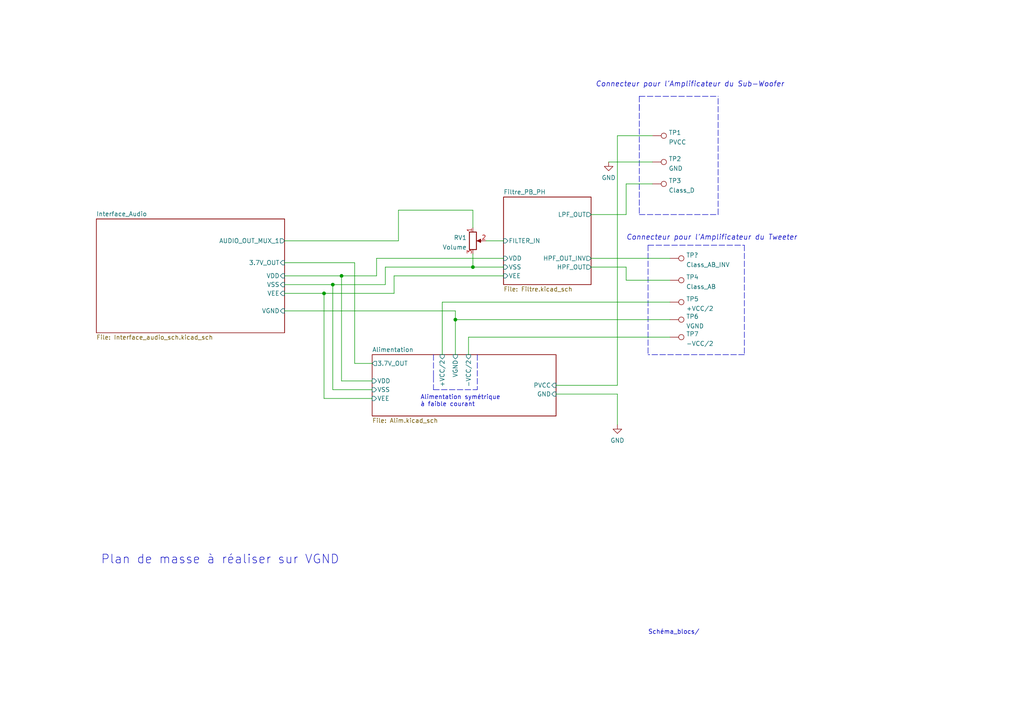
<source format=kicad_sch>
(kicad_sch (version 20211123) (generator eeschema)

  (uuid 853ee787-6e2c-4f32-bc75-6c17337dd3d5)

  (paper "A4")

  (title_block
    (title "Embedded Speaker")
    (date "2022-01-24")
    (rev "2.0")
    (company "Université Paul Sabatier")
  )

  (lib_symbols
    (symbol "Connector:TestPoint" (pin_numbers hide) (pin_names (offset 0.762) hide) (in_bom yes) (on_board yes)
      (property "Reference" "TP" (id 0) (at 0 6.858 0)
        (effects (font (size 1.27 1.27)))
      )
      (property "Value" "TestPoint" (id 1) (at 0 5.08 0)
        (effects (font (size 1.27 1.27)))
      )
      (property "Footprint" "" (id 2) (at 5.08 0 0)
        (effects (font (size 1.27 1.27)) hide)
      )
      (property "Datasheet" "~" (id 3) (at 5.08 0 0)
        (effects (font (size 1.27 1.27)) hide)
      )
      (property "ki_keywords" "test point tp" (id 4) (at 0 0 0)
        (effects (font (size 1.27 1.27)) hide)
      )
      (property "ki_description" "test point" (id 5) (at 0 0 0)
        (effects (font (size 1.27 1.27)) hide)
      )
      (property "ki_fp_filters" "Pin* Test*" (id 6) (at 0 0 0)
        (effects (font (size 1.27 1.27)) hide)
      )
      (symbol "TestPoint_0_1"
        (circle (center 0 3.302) (radius 0.762)
          (stroke (width 0) (type default) (color 0 0 0 0))
          (fill (type none))
        )
      )
      (symbol "TestPoint_1_1"
        (pin passive line (at 0 0 90) (length 2.54)
          (name "1" (effects (font (size 1.27 1.27))))
          (number "1" (effects (font (size 1.27 1.27))))
        )
      )
    )
    (symbol "Device:R_Potentiometer" (pin_names (offset 1.016) hide) (in_bom yes) (on_board yes)
      (property "Reference" "RV" (id 0) (at -4.445 0 90)
        (effects (font (size 1.27 1.27)))
      )
      (property "Value" "R_Potentiometer" (id 1) (at -2.54 0 90)
        (effects (font (size 1.27 1.27)))
      )
      (property "Footprint" "" (id 2) (at 0 0 0)
        (effects (font (size 1.27 1.27)) hide)
      )
      (property "Datasheet" "~" (id 3) (at 0 0 0)
        (effects (font (size 1.27 1.27)) hide)
      )
      (property "ki_keywords" "resistor variable" (id 4) (at 0 0 0)
        (effects (font (size 1.27 1.27)) hide)
      )
      (property "ki_description" "Potentiometer" (id 5) (at 0 0 0)
        (effects (font (size 1.27 1.27)) hide)
      )
      (property "ki_fp_filters" "Potentiometer*" (id 6) (at 0 0 0)
        (effects (font (size 1.27 1.27)) hide)
      )
      (symbol "R_Potentiometer_0_1"
        (polyline
          (pts
            (xy 2.54 0)
            (xy 1.524 0)
          )
          (stroke (width 0) (type default) (color 0 0 0 0))
          (fill (type none))
        )
        (polyline
          (pts
            (xy 1.143 0)
            (xy 2.286 0.508)
            (xy 2.286 -0.508)
            (xy 1.143 0)
          )
          (stroke (width 0) (type default) (color 0 0 0 0))
          (fill (type outline))
        )
        (rectangle (start 1.016 2.54) (end -1.016 -2.54)
          (stroke (width 0.254) (type default) (color 0 0 0 0))
          (fill (type none))
        )
      )
      (symbol "R_Potentiometer_1_1"
        (pin passive line (at 0 3.81 270) (length 1.27)
          (name "1" (effects (font (size 1.27 1.27))))
          (number "1" (effects (font (size 1.27 1.27))))
        )
        (pin passive line (at 3.81 0 180) (length 1.27)
          (name "2" (effects (font (size 1.27 1.27))))
          (number "2" (effects (font (size 1.27 1.27))))
        )
        (pin passive line (at 0 -3.81 90) (length 1.27)
          (name "3" (effects (font (size 1.27 1.27))))
          (number "3" (effects (font (size 1.27 1.27))))
        )
      )
    )
    (symbol "power:GND" (power) (pin_names (offset 0)) (in_bom yes) (on_board yes)
      (property "Reference" "#PWR" (id 0) (at 0 -6.35 0)
        (effects (font (size 1.27 1.27)) hide)
      )
      (property "Value" "GND" (id 1) (at 0 -3.81 0)
        (effects (font (size 1.27 1.27)))
      )
      (property "Footprint" "" (id 2) (at 0 0 0)
        (effects (font (size 1.27 1.27)) hide)
      )
      (property "Datasheet" "" (id 3) (at 0 0 0)
        (effects (font (size 1.27 1.27)) hide)
      )
      (property "ki_keywords" "power-flag" (id 4) (at 0 0 0)
        (effects (font (size 1.27 1.27)) hide)
      )
      (property "ki_description" "Power symbol creates a global label with name \"GND\" , ground" (id 5) (at 0 0 0)
        (effects (font (size 1.27 1.27)) hide)
      )
      (symbol "GND_0_1"
        (polyline
          (pts
            (xy 0 0)
            (xy 0 -1.27)
            (xy 1.27 -1.27)
            (xy 0 -2.54)
            (xy -1.27 -1.27)
            (xy 0 -1.27)
          )
          (stroke (width 0) (type default) (color 0 0 0 0))
          (fill (type none))
        )
      )
      (symbol "GND_1_1"
        (pin power_in line (at 0 0 270) (length 0) hide
          (name "GND" (effects (font (size 1.27 1.27))))
          (number "1" (effects (font (size 1.27 1.27))))
        )
      )
    )
  )

  (junction (at 96.52 82.55) (diameter 0) (color 0 0 0 0)
    (uuid 1def0961-9811-40a5-b542-b839be1d098e)
  )
  (junction (at 132.08 92.71) (diameter 0) (color 0 0 0 0)
    (uuid 6a2ae320-43e7-4ce2-a19e-1b059df29980)
  )
  (junction (at 137.16 77.47) (diameter 0) (color 0 0 0 0)
    (uuid a2dc6420-0e4d-4710-90c3-34b2902a9509)
  )
  (junction (at 99.06 80.01) (diameter 0) (color 0 0 0 0)
    (uuid ce20e9eb-e9fd-48f7-80ef-934743ee05be)
  )
  (junction (at 93.98 85.09) (diameter 0) (color 0 0 0 0)
    (uuid d8687e68-af6e-4faf-b377-a73e05cb4796)
  )

  (wire (pts (xy 181.61 81.28) (xy 194.31 81.28))
    (stroke (width 0) (type default) (color 0 0 0 0))
    (uuid 047fbd59-a2af-402e-86cb-a91781380220)
  )
  (wire (pts (xy 96.52 82.55) (xy 96.52 113.03))
    (stroke (width 0) (type default) (color 0 0 0 0))
    (uuid 09261e5f-6a4a-4875-a2bf-6bb2968a2602)
  )
  (wire (pts (xy 161.29 111.76) (xy 179.07 111.76))
    (stroke (width 0) (type default) (color 0 0 0 0))
    (uuid 0a0f71b5-166b-4cf2-bc88-14ba0ae68939)
  )
  (wire (pts (xy 93.98 85.09) (xy 114.3 85.09))
    (stroke (width 0) (type default) (color 0 0 0 0))
    (uuid 0da5bb32-127c-42a1-931d-236a3dd7a7d3)
  )
  (wire (pts (xy 135.89 97.79) (xy 194.31 97.79))
    (stroke (width 0) (type default) (color 0 0 0 0))
    (uuid 0eeec6c8-cd49-47e9-b3b1-e32b02c1ceb2)
  )
  (polyline (pts (xy 185.42 27.94) (xy 208.28 27.94))
    (stroke (width 0) (type default) (color 0 0 0 0))
    (uuid 143a91ed-c010-4ccb-a864-a7b6ff72e966)
  )

  (wire (pts (xy 132.08 92.71) (xy 132.08 102.87))
    (stroke (width 0) (type default) (color 0 0 0 0))
    (uuid 15bb8736-585d-4def-8798-82b2e6099322)
  )
  (wire (pts (xy 102.87 105.41) (xy 107.95 105.41))
    (stroke (width 0) (type default) (color 0 0 0 0))
    (uuid 16dd4807-5dbc-4d88-8534-8469084a84c5)
  )
  (wire (pts (xy 99.06 110.49) (xy 107.95 110.49))
    (stroke (width 0) (type default) (color 0 0 0 0))
    (uuid 186854ef-ee65-4aa7-b9f1-b1f1eba68615)
  )
  (wire (pts (xy 114.3 80.01) (xy 146.05 80.01))
    (stroke (width 0) (type default) (color 0 0 0 0))
    (uuid 1ab00633-8ce7-4420-be16-c0d2c46385ea)
  )
  (wire (pts (xy 93.98 85.09) (xy 93.98 115.57))
    (stroke (width 0) (type default) (color 0 0 0 0))
    (uuid 1d7c71da-391f-4794-bcf7-7424ccf9ce40)
  )
  (wire (pts (xy 171.45 74.93) (xy 194.31 74.93))
    (stroke (width 0) (type default) (color 0 0 0 0))
    (uuid 26f66a43-e9b8-481b-8142-09ac6b07f0d9)
  )
  (wire (pts (xy 82.55 69.85) (xy 115.57 69.85))
    (stroke (width 0) (type default) (color 0 0 0 0))
    (uuid 2749cb23-5cae-4119-bcd6-22b452303301)
  )
  (wire (pts (xy 181.61 62.23) (xy 181.61 53.34))
    (stroke (width 0) (type default) (color 0 0 0 0))
    (uuid 2bf129f5-200b-4bff-ab79-2b4b2d7942ee)
  )
  (wire (pts (xy 137.16 73.66) (xy 137.16 77.47))
    (stroke (width 0) (type default) (color 0 0 0 0))
    (uuid 2dbaf927-7e61-4517-b6f3-f21a34be0052)
  )
  (polyline (pts (xy 138.43 102.87) (xy 138.43 113.03))
    (stroke (width 0) (type default) (color 0 0 0 0))
    (uuid 31117715-2606-435a-a180-0f0c41967b5d)
  )

  (wire (pts (xy 171.45 62.23) (xy 181.61 62.23))
    (stroke (width 0) (type default) (color 0 0 0 0))
    (uuid 3329526e-1636-40d0-a465-9c51b2f67607)
  )
  (polyline (pts (xy 215.9 102.87) (xy 187.96 102.87))
    (stroke (width 0) (type default) (color 0 0 0 0))
    (uuid 343ffbcc-0d75-44a8-aaf6-91337d82a853)
  )
  (polyline (pts (xy 187.96 71.12) (xy 215.9 71.12))
    (stroke (width 0) (type default) (color 0 0 0 0))
    (uuid 3491ae5d-5e04-4492-8430-03cb84caf2ef)
  )

  (wire (pts (xy 99.06 80.01) (xy 99.06 110.49))
    (stroke (width 0) (type default) (color 0 0 0 0))
    (uuid 36d68ae9-ca46-46c4-a07d-6ac4a7a26977)
  )
  (polyline (pts (xy 187.96 71.12) (xy 187.96 102.87))
    (stroke (width 0) (type default) (color 0 0 0 0))
    (uuid 3d83076c-ad0b-478a-9e3e-333adc603235)
  )

  (wire (pts (xy 179.07 114.3) (xy 179.07 123.19))
    (stroke (width 0) (type default) (color 0 0 0 0))
    (uuid 413d0293-bf64-4e7e-a647-12866bc7ec19)
  )
  (polyline (pts (xy 215.9 71.12) (xy 215.9 102.87))
    (stroke (width 0) (type default) (color 0 0 0 0))
    (uuid 490d45a7-c83f-467a-aa3b-54cbb7baf15a)
  )

  (wire (pts (xy 82.55 76.2) (xy 102.87 76.2))
    (stroke (width 0) (type default) (color 0 0 0 0))
    (uuid 4d14fd43-1fd2-41f0-a8b5-d8014e3ffd79)
  )
  (wire (pts (xy 135.89 102.87) (xy 135.89 97.79))
    (stroke (width 0) (type default) (color 0 0 0 0))
    (uuid 525eaf63-210b-4e08-a2bb-89d4a72ab91e)
  )
  (wire (pts (xy 96.52 113.03) (xy 107.95 113.03))
    (stroke (width 0) (type default) (color 0 0 0 0))
    (uuid 52a3c852-a273-42d5-bd2b-e9c7c1dd411c)
  )
  (wire (pts (xy 114.3 85.09) (xy 114.3 80.01))
    (stroke (width 0) (type default) (color 0 0 0 0))
    (uuid 56572797-0893-4ce2-99a5-ed130ee8fbea)
  )
  (wire (pts (xy 82.55 82.55) (xy 96.52 82.55))
    (stroke (width 0) (type default) (color 0 0 0 0))
    (uuid 5d963c3a-0c84-4d6a-8501-d4b94c5d85ae)
  )
  (wire (pts (xy 171.45 77.47) (xy 181.61 77.47))
    (stroke (width 0) (type default) (color 0 0 0 0))
    (uuid 5e92c930-709d-4c49-a8e9-b521c116dfd8)
  )
  (wire (pts (xy 111.76 82.55) (xy 111.76 77.47))
    (stroke (width 0) (type default) (color 0 0 0 0))
    (uuid 639388d9-22c5-4c6a-bd4c-fd69467cbb98)
  )
  (wire (pts (xy 132.08 92.71) (xy 194.31 92.71))
    (stroke (width 0) (type default) (color 0 0 0 0))
    (uuid 668368fe-264d-4481-93d3-8cc044f1968b)
  )
  (wire (pts (xy 93.98 115.57) (xy 107.95 115.57))
    (stroke (width 0) (type default) (color 0 0 0 0))
    (uuid 67bb945b-52bd-4302-94b5-f72225c45505)
  )
  (wire (pts (xy 137.16 60.96) (xy 137.16 66.04))
    (stroke (width 0) (type default) (color 0 0 0 0))
    (uuid 6cc29ef3-31f7-4478-8073-edb7805bb23c)
  )
  (polyline (pts (xy 185.42 62.23) (xy 208.28 62.23))
    (stroke (width 0) (type default) (color 0 0 0 0))
    (uuid 6cc32ba1-54a8-4698-9ff0-bbd6110b52eb)
  )

  (wire (pts (xy 82.55 80.01) (xy 99.06 80.01))
    (stroke (width 0) (type default) (color 0 0 0 0))
    (uuid 6d7d4c39-58a0-4206-abf9-27e21e78543d)
  )
  (wire (pts (xy 128.27 87.63) (xy 194.31 87.63))
    (stroke (width 0) (type default) (color 0 0 0 0))
    (uuid 6fe78f37-67b1-4a55-a455-efe5d102457a)
  )
  (polyline (pts (xy 125.73 113.03) (xy 138.43 113.03))
    (stroke (width 0) (type default) (color 0 0 0 0))
    (uuid 87e1215c-c468-4364-bfe7-daea37c12e7c)
  )

  (wire (pts (xy 115.57 69.85) (xy 115.57 60.96))
    (stroke (width 0) (type default) (color 0 0 0 0))
    (uuid 89c105af-acb1-4b83-b7ef-84ee11c88748)
  )
  (wire (pts (xy 109.22 80.01) (xy 109.22 74.93))
    (stroke (width 0) (type default) (color 0 0 0 0))
    (uuid 8b049197-856c-432f-9855-72491ca2696e)
  )
  (wire (pts (xy 181.61 53.34) (xy 189.23 53.34))
    (stroke (width 0) (type default) (color 0 0 0 0))
    (uuid 97c4ca6d-665f-468b-9360-1b47522b8d58)
  )
  (wire (pts (xy 111.76 77.47) (xy 137.16 77.47))
    (stroke (width 0) (type default) (color 0 0 0 0))
    (uuid 9d7e5a97-5d86-456f-a827-34274f7cbf25)
  )
  (wire (pts (xy 99.06 80.01) (xy 109.22 80.01))
    (stroke (width 0) (type default) (color 0 0 0 0))
    (uuid 9e67d937-049f-44a2-b614-4d1caf021e02)
  )
  (wire (pts (xy 181.61 77.47) (xy 181.61 81.28))
    (stroke (width 0) (type default) (color 0 0 0 0))
    (uuid a349aed9-3e73-4361-8fec-8a3312841b73)
  )
  (wire (pts (xy 137.16 77.47) (xy 146.05 77.47))
    (stroke (width 0) (type default) (color 0 0 0 0))
    (uuid a354acf5-9618-4720-8c96-5f0080115ca0)
  )
  (polyline (pts (xy 185.42 30.48) (xy 185.42 62.23))
    (stroke (width 0) (type default) (color 0 0 0 0))
    (uuid b0ae7376-e4b4-43f0-a034-afc014d5accc)
  )
  (polyline (pts (xy 185.42 27.94) (xy 185.42 31.75))
    (stroke (width 0) (type default) (color 0 0 0 0))
    (uuid b2f47fd6-a548-4a97-8aa7-b915717950cc)
  )

  (wire (pts (xy 179.07 39.37) (xy 179.07 111.76))
    (stroke (width 0) (type default) (color 0 0 0 0))
    (uuid b4f5c182-fcef-4e83-90de-530535875adc)
  )
  (wire (pts (xy 132.08 90.17) (xy 132.08 92.71))
    (stroke (width 0) (type default) (color 0 0 0 0))
    (uuid b9bf14d6-e71a-41ef-9615-2570a5c48a77)
  )
  (wire (pts (xy 109.22 74.93) (xy 146.05 74.93))
    (stroke (width 0) (type default) (color 0 0 0 0))
    (uuid baf4ca31-d898-4378-b045-16bfae202838)
  )
  (wire (pts (xy 161.29 114.3) (xy 179.07 114.3))
    (stroke (width 0) (type default) (color 0 0 0 0))
    (uuid c5a2808a-195a-4e30-9821-bdd561eddf3e)
  )
  (wire (pts (xy 189.23 39.37) (xy 179.07 39.37))
    (stroke (width 0) (type default) (color 0 0 0 0))
    (uuid c6302b2c-2cf6-4b0b-b7ed-c91ee37a73a3)
  )
  (wire (pts (xy 96.52 82.55) (xy 111.76 82.55))
    (stroke (width 0) (type default) (color 0 0 0 0))
    (uuid c98fcf02-2f28-4543-9257-27383dacd9c6)
  )
  (wire (pts (xy 140.97 69.85) (xy 146.05 69.85))
    (stroke (width 0) (type default) (color 0 0 0 0))
    (uuid cde89bcb-74b3-4f4f-a043-1c44325d3dc4)
  )
  (wire (pts (xy 82.55 90.17) (xy 132.08 90.17))
    (stroke (width 0) (type default) (color 0 0 0 0))
    (uuid ce86c1e8-e6ce-4851-8129-b6ea502f603d)
  )
  (wire (pts (xy 115.57 60.96) (xy 137.16 60.96))
    (stroke (width 0) (type default) (color 0 0 0 0))
    (uuid cf667d69-6c35-431c-8da8-5a30c045bec1)
  )
  (polyline (pts (xy 208.28 62.23) (xy 208.28 27.94))
    (stroke (width 0) (type default) (color 0 0 0 0))
    (uuid d9819b40-ffd3-4ec0-a4f2-acab8b8cb523)
  )

  (wire (pts (xy 176.53 46.99) (xy 189.23 46.99))
    (stroke (width 0) (type default) (color 0 0 0 0))
    (uuid e377a7fd-f698-4579-9a84-e6607783bfd7)
  )
  (polyline (pts (xy 125.73 109.22) (xy 125.73 113.03))
    (stroke (width 0) (type default) (color 0 0 0 0))
    (uuid e574374a-5e4d-4947-a5c2-20a85bb38709)
  )
  (polyline (pts (xy 125.73 102.87) (xy 125.73 109.22))
    (stroke (width 0) (type default) (color 0 0 0 0))
    (uuid e70e2e27-5155-4011-9867-e8ebfe8811c5)
  )

  (wire (pts (xy 128.27 87.63) (xy 128.27 102.87))
    (stroke (width 0) (type default) (color 0 0 0 0))
    (uuid f5d4e6c9-f015-4b97-9e1c-74578dd1b310)
  )
  (wire (pts (xy 102.87 76.2) (xy 102.87 105.41))
    (stroke (width 0) (type default) (color 0 0 0 0))
    (uuid fb66045b-de81-4e10-9997-835ebd68878c)
  )
  (wire (pts (xy 82.55 85.09) (xy 93.98 85.09))
    (stroke (width 0) (type default) (color 0 0 0 0))
    (uuid ff690768-cb71-454d-9205-8dc7f4a8dd5e)
  )

  (text "Plan de masse à réaliser sur VGND" (at 29.21 163.83 0)
    (effects (font (size 2.54 2.54)) (justify left bottom))
    (uuid 262dabaa-fcf2-4db8-b972-a7113c2a40e5)
  )
  (text "Schéma_blocs/" (at 187.96 184.15 0)
    (effects (font (size 1.27 1.27)) (justify left bottom))
    (uuid 592f25e6-a01b-47fd-8172-3da01117d00a)
  )
  (text "Connecteur pour l'Amplificateur du Sub-Woofer" (at 172.72 25.4 0)
    (effects (font (size 1.4986 1.4986) italic) (justify left bottom))
    (uuid 699feae1-8cdd-4d2b-947f-f24849c73cdb)
  )
  (text "Alimentation symétrique\nà faible courant" (at 121.92 118.11 0)
    (effects (font (size 1.27 1.27)) (justify left bottom))
    (uuid b0c19f64-ce3a-4c8c-aad9-f6392adabd46)
  )
  (text "Connecteur pour l'Amplificateur du Tweeter" (at 181.61 69.85 0)
    (effects (font (size 1.4986 1.4986) italic) (justify left bottom))
    (uuid d88958ac-68cd-4955-a63f-0eaa329dec86)
  )

  (symbol (lib_id "Connector:TestPoint") (at 194.31 74.93 270) (unit 1)
    (in_bom yes) (on_board yes) (fields_autoplaced)
    (uuid 039c94b5-afef-4a55-b2fd-6e92e9a49432)
    (property "Reference" "TP?" (id 0) (at 199.009 74.0215 90)
      (effects (font (size 1.27 1.27)) (justify left))
    )
    (property "Value" "Class_AB_INV" (id 1) (at 199.009 76.7966 90)
      (effects (font (size 1.27 1.27)) (justify left))
    )
    (property "Footprint" "Connector_Pin:Pin_D1.3mm_L11.0mm" (id 2) (at 194.31 80.01 0)
      (effects (font (size 1.27 1.27)) hide)
    )
    (property "Datasheet" "~" (id 3) (at 194.31 80.01 0)
      (effects (font (size 1.27 1.27)) hide)
    )
    (pin "1" (uuid cdcb64b7-17e5-402b-beae-051dee4d05d0))
  )

  (symbol (lib_id "Connector:TestPoint") (at 189.23 39.37 270) (unit 1)
    (in_bom yes) (on_board yes) (fields_autoplaced)
    (uuid 0716be40-ba65-4a0b-a589-ab9c00ee6575)
    (property "Reference" "TP1" (id 0) (at 193.929 38.4615 90)
      (effects (font (size 1.27 1.27)) (justify left))
    )
    (property "Value" "PVCC" (id 1) (at 193.929 41.2366 90)
      (effects (font (size 1.27 1.27)) (justify left))
    )
    (property "Footprint" "Connector_Pin:Pin_D1.3mm_L11.0mm" (id 2) (at 189.23 44.45 0)
      (effects (font (size 1.27 1.27)) hide)
    )
    (property "Datasheet" "~" (id 3) (at 189.23 44.45 0)
      (effects (font (size 1.27 1.27)) hide)
    )
    (pin "1" (uuid 0f741332-9781-4ad8-8d3e-927087fc4771))
  )

  (symbol (lib_id "power:GND") (at 179.07 123.19 0) (unit 1)
    (in_bom yes) (on_board yes) (fields_autoplaced)
    (uuid 0c87e482-8429-4b3d-ac55-69268b9a5de2)
    (property "Reference" "#PWR0104" (id 0) (at 179.07 129.54 0)
      (effects (font (size 1.27 1.27)) hide)
    )
    (property "Value" "GND" (id 1) (at 179.07 127.7525 0))
    (property "Footprint" "" (id 2) (at 179.07 123.19 0)
      (effects (font (size 1.27 1.27)) hide)
    )
    (property "Datasheet" "" (id 3) (at 179.07 123.19 0)
      (effects (font (size 1.27 1.27)) hide)
    )
    (pin "1" (uuid 02007e3b-1e3b-42f4-a883-929fbbf3ebf9))
  )

  (symbol (lib_id "Connector:TestPoint") (at 194.31 92.71 270) (unit 1)
    (in_bom yes) (on_board yes) (fields_autoplaced)
    (uuid 1e0f0b5d-e3b5-4651-bb0f-ac55cd976b55)
    (property "Reference" "TP6" (id 0) (at 199.009 91.8015 90)
      (effects (font (size 1.27 1.27)) (justify left))
    )
    (property "Value" "VGND" (id 1) (at 199.009 94.5766 90)
      (effects (font (size 1.27 1.27)) (justify left))
    )
    (property "Footprint" "Connector_Pin:Pin_D1.3mm_L11.0mm" (id 2) (at 194.31 97.79 0)
      (effects (font (size 1.27 1.27)) hide)
    )
    (property "Datasheet" "~" (id 3) (at 194.31 97.79 0)
      (effects (font (size 1.27 1.27)) hide)
    )
    (pin "1" (uuid 0174e27a-7af4-41bf-8949-f54a466c8f20))
  )

  (symbol (lib_id "Connector:TestPoint") (at 189.23 53.34 270) (unit 1)
    (in_bom yes) (on_board yes) (fields_autoplaced)
    (uuid 3d9b3cd6-3f70-4af6-a6c8-6c0e9cc9cad2)
    (property "Reference" "TP3" (id 0) (at 193.929 52.4315 90)
      (effects (font (size 1.27 1.27)) (justify left))
    )
    (property "Value" "Class_D" (id 1) (at 193.929 55.2066 90)
      (effects (font (size 1.27 1.27)) (justify left))
    )
    (property "Footprint" "Connector_Pin:Pin_D1.3mm_L11.0mm" (id 2) (at 189.23 58.42 0)
      (effects (font (size 1.27 1.27)) hide)
    )
    (property "Datasheet" "~" (id 3) (at 189.23 58.42 0)
      (effects (font (size 1.27 1.27)) hide)
    )
    (pin "1" (uuid 14113b3a-e329-463e-9e61-488efa5b4998))
  )

  (symbol (lib_id "Connector:TestPoint") (at 194.31 81.28 270) (unit 1)
    (in_bom yes) (on_board yes) (fields_autoplaced)
    (uuid 6f739c8c-f23f-46f7-9646-00d921219f5d)
    (property "Reference" "TP4" (id 0) (at 199.009 80.3715 90)
      (effects (font (size 1.27 1.27)) (justify left))
    )
    (property "Value" "Class_AB" (id 1) (at 199.009 83.1466 90)
      (effects (font (size 1.27 1.27)) (justify left))
    )
    (property "Footprint" "Connector_Pin:Pin_D1.3mm_L11.0mm" (id 2) (at 194.31 86.36 0)
      (effects (font (size 1.27 1.27)) hide)
    )
    (property "Datasheet" "~" (id 3) (at 194.31 86.36 0)
      (effects (font (size 1.27 1.27)) hide)
    )
    (pin "1" (uuid 03330706-5ef6-4312-b6d1-e8b0bd427b40))
  )

  (symbol (lib_id "Connector:TestPoint") (at 189.23 46.99 270) (unit 1)
    (in_bom yes) (on_board yes) (fields_autoplaced)
    (uuid a8db902e-a5fb-4c72-9c00-e768964dc3f3)
    (property "Reference" "TP2" (id 0) (at 193.929 46.0815 90)
      (effects (font (size 1.27 1.27)) (justify left))
    )
    (property "Value" "GND" (id 1) (at 193.929 48.8566 90)
      (effects (font (size 1.27 1.27)) (justify left))
    )
    (property "Footprint" "Connector_Pin:Pin_D1.3mm_L11.0mm" (id 2) (at 189.23 52.07 0)
      (effects (font (size 1.27 1.27)) hide)
    )
    (property "Datasheet" "~" (id 3) (at 189.23 52.07 0)
      (effects (font (size 1.27 1.27)) hide)
    )
    (pin "1" (uuid feed3383-d3e9-4fb1-b55d-7cd9e8af68b2))
  )

  (symbol (lib_id "Device:R_Potentiometer") (at 137.16 69.85 0) (unit 1)
    (in_bom yes) (on_board yes) (fields_autoplaced)
    (uuid a92045c5-4f45-4090-af92-e196e8719e05)
    (property "Reference" "RV1" (id 0) (at 135.382 68.9415 0)
      (effects (font (size 1.27 1.27)) (justify right))
    )
    (property "Value" "Volume" (id 1) (at 135.382 71.7166 0)
      (effects (font (size 1.27 1.27)) (justify right))
    )
    (property "Footprint" "Potentiometer_THT:Potentiometer_Bourns_3266W_Vertical" (id 2) (at 137.16 69.85 0)
      (effects (font (size 1.27 1.27)) hide)
    )
    (property "Datasheet" "~" (id 3) (at 137.16 69.85 0)
      (effects (font (size 1.27 1.27)) hide)
    )
    (pin "1" (uuid 5d1de36e-0591-465f-a55e-a456bc8d900f))
    (pin "2" (uuid 9f1c6574-d23a-419e-b919-1dc55a0404ca))
    (pin "3" (uuid c39275c1-7838-4ebf-8487-0dfef76f3fff))
  )

  (symbol (lib_id "power:GND") (at 176.53 46.99 0) (unit 1)
    (in_bom yes) (on_board yes) (fields_autoplaced)
    (uuid af9b6d9e-bac2-414f-b847-121ff223171f)
    (property "Reference" "#PWR0101" (id 0) (at 176.53 53.34 0)
      (effects (font (size 1.27 1.27)) hide)
    )
    (property "Value" "GND" (id 1) (at 176.53 51.5525 0))
    (property "Footprint" "" (id 2) (at 176.53 46.99 0)
      (effects (font (size 1.27 1.27)) hide)
    )
    (property "Datasheet" "" (id 3) (at 176.53 46.99 0)
      (effects (font (size 1.27 1.27)) hide)
    )
    (pin "1" (uuid 52be1959-5aaf-401d-a80b-2f05f7cef20b))
  )

  (symbol (lib_id "Connector:TestPoint") (at 194.31 97.79 270) (unit 1)
    (in_bom yes) (on_board yes) (fields_autoplaced)
    (uuid da584ae1-e1a2-4ce6-b87e-3593b0d5a809)
    (property "Reference" "TP7" (id 0) (at 199.009 96.8815 90)
      (effects (font (size 1.27 1.27)) (justify left))
    )
    (property "Value" "-VCC/2" (id 1) (at 199.009 99.6566 90)
      (effects (font (size 1.27 1.27)) (justify left))
    )
    (property "Footprint" "Connector_Pin:Pin_D1.3mm_L11.0mm" (id 2) (at 194.31 102.87 0)
      (effects (font (size 1.27 1.27)) hide)
    )
    (property "Datasheet" "~" (id 3) (at 194.31 102.87 0)
      (effects (font (size 1.27 1.27)) hide)
    )
    (pin "1" (uuid a765d0b9-89eb-486c-8728-e72d72665edc))
  )

  (symbol (lib_id "Connector:TestPoint") (at 194.31 87.63 270) (unit 1)
    (in_bom yes) (on_board yes) (fields_autoplaced)
    (uuid e04ac0c2-721f-4c45-8e11-a01a38fe375d)
    (property "Reference" "TP5" (id 0) (at 199.009 86.7215 90)
      (effects (font (size 1.27 1.27)) (justify left))
    )
    (property "Value" "+VCC/2" (id 1) (at 199.009 89.4966 90)
      (effects (font (size 1.27 1.27)) (justify left))
    )
    (property "Footprint" "Connector_Pin:Pin_D1.3mm_L11.0mm" (id 2) (at 194.31 92.71 0)
      (effects (font (size 1.27 1.27)) hide)
    )
    (property "Datasheet" "~" (id 3) (at 194.31 92.71 0)
      (effects (font (size 1.27 1.27)) hide)
    )
    (pin "1" (uuid 671da2e0-3045-4f39-bfa9-3c6d34ad540b))
  )

  (sheet (at 146.05 57.15) (size 25.4 25.4) (fields_autoplaced)
    (stroke (width 0) (type solid) (color 0 0 0 0))
    (fill (color 0 0 0 0.0000))
    (uuid 00000000-0000-0000-0000-000061eb7ba3)
    (property "Sheet name" "Filtre_PB_PH" (id 0) (at 146.05 56.4384 0)
      (effects (font (size 1.27 1.27)) (justify left bottom))
    )
    (property "Sheet file" "Filtre.kicad_sch" (id 1) (at 146.05 83.1346 0)
      (effects (font (size 1.27 1.27)) (justify left top))
    )
    (pin "FILTER_IN" input (at 146.05 69.85 180)
      (effects (font (size 1.27 1.27)) (justify left))
      (uuid e8fd2f34-c2cd-49cb-923e-ea725c412e2f)
    )
    (pin "LPF_OUT" output (at 171.45 62.23 0)
      (effects (font (size 1.27 1.27)) (justify right))
      (uuid 391a8723-5b10-4e38-9f94-c4ccb38c03af)
    )
    (pin "HPF_OUT" output (at 171.45 77.47 0)
      (effects (font (size 1.27 1.27)) (justify right))
      (uuid efa69597-8713-4d78-bebb-4a0b134e9e98)
    )
    (pin "VEE" input (at 146.05 80.01 180)
      (effects (font (size 1.27 1.27)) (justify left))
      (uuid 56dc57f0-d27d-4049-8e99-4335b11f4060)
    )
    (pin "VSS" input (at 146.05 77.47 180)
      (effects (font (size 1.27 1.27)) (justify left))
      (uuid b78c3c21-4fa6-40a3-844b-728f1cf728d3)
    )
    (pin "VDD" input (at 146.05 74.93 180)
      (effects (font (size 1.27 1.27)) (justify left))
      (uuid 8c52af3b-da3c-4777-8fd2-1fa11656b034)
    )
    (pin "HPF_OUT_INV" output (at 171.45 74.93 0)
      (effects (font (size 1.27 1.27)) (justify right))
      (uuid d82b8526-701a-40b4-9e76-1f1d9745bf8a)
    )
  )

  (sheet (at 107.95 102.87) (size 53.34 17.78) (fields_autoplaced)
    (stroke (width 0) (type solid) (color 0 0 0 0))
    (fill (color 0 0 0 0.0000))
    (uuid 00000000-0000-0000-0000-000061eb7ca4)
    (property "Sheet name" "Alimentation" (id 0) (at 107.95 102.1584 0)
      (effects (font (size 1.27 1.27)) (justify left bottom))
    )
    (property "Sheet file" "Alim.kicad_sch" (id 1) (at 107.95 121.2346 0)
      (effects (font (size 1.27 1.27)) (justify left top))
    )
    (pin "3.7V_OUT" output (at 107.95 105.41 180)
      (effects (font (size 1.27 1.27)) (justify left))
      (uuid 1bb78dbd-0d63-4888-9788-25528867aeb9)
    )
    (pin "GND" input (at 161.29 114.3 0)
      (effects (font (size 1.27 1.27)) (justify right))
      (uuid 1006ae42-2077-48c1-93d7-b556f8523da7)
    )
    (pin "-VCC{slash}2" input (at 135.89 102.87 90)
      (effects (font (size 1.27 1.27)) (justify right))
      (uuid a9c43127-658e-4a00-af26-baf25fe8b966)
    )
    (pin "VGND" input (at 132.08 102.87 90)
      (effects (font (size 1.27 1.27)) (justify right))
      (uuid 9492955b-3661-4817-ab8c-f9999ab4f57a)
    )
    (pin "+VCC{slash}2" input (at 128.27 102.87 90)
      (effects (font (size 1.27 1.27)) (justify right))
      (uuid 97e802e4-4514-4598-a330-71808cff2932)
    )
    (pin "PVCC" input (at 161.29 111.76 0)
      (effects (font (size 1.27 1.27)) (justify right))
      (uuid 41c4fad6-70ad-4ddf-9b7c-79a352a6c6da)
    )
    (pin "VDD" input (at 107.95 110.49 180)
      (effects (font (size 1.27 1.27)) (justify left))
      (uuid 73dc1864-fa52-4274-bd4c-47abec9e9ccd)
    )
    (pin "VSS" input (at 107.95 113.03 180)
      (effects (font (size 1.27 1.27)) (justify left))
      (uuid 8c7f70c0-832e-4580-9fb3-73b36809c25e)
    )
    (pin "VEE" input (at 107.95 115.57 180)
      (effects (font (size 1.27 1.27)) (justify left))
      (uuid 40bbc1b0-1e58-4099-87ec-16f04fff3eba)
    )
  )

  (sheet (at 27.94 63.5) (size 54.61 33.02) (fields_autoplaced)
    (stroke (width 0.1524) (type solid) (color 0 0 0 0))
    (fill (color 0 0 0 0.0000))
    (uuid 93778bcd-de05-4c65-9c3a-d573c34e0eb0)
    (property "Sheet name" "Interface_Audio" (id 0) (at 27.94 62.7884 0)
      (effects (font (size 1.27 1.27)) (justify left bottom))
    )
    (property "Sheet file" "Interface_audio_sch.kicad_sch" (id 1) (at 27.94 97.1046 0)
      (effects (font (size 1.27 1.27)) (justify left top))
    )
    (pin "AUDIO_OUT_MUX_1" output (at 82.55 69.85 0)
      (effects (font (size 1.27 1.27)) (justify right))
      (uuid 57d79eb4-35f0-4314-a122-4dc704c091fd)
    )
    (pin "3.7V_OUT" input (at 82.55 76.2 0)
      (effects (font (size 1.27 1.27)) (justify right))
      (uuid de9ef025-87c8-4bed-bb37-60b24bff6d68)
    )
    (pin "VGND" input (at 82.55 90.17 0)
      (effects (font (size 1.27 1.27)) (justify right))
      (uuid 21104343-9d0b-4061-ba3f-63454cbef2bd)
    )
    (pin "VDD" input (at 82.55 80.01 0)
      (effects (font (size 1.27 1.27)) (justify right))
      (uuid 5e939947-fc27-4e55-b962-524b3aae8119)
    )
    (pin "VSS" input (at 82.55 82.55 0)
      (effects (font (size 1.27 1.27)) (justify right))
      (uuid e8567559-589d-4440-85ef-e770b2def704)
    )
    (pin "VEE" input (at 82.55 85.09 0)
      (effects (font (size 1.27 1.27)) (justify right))
      (uuid 489fe3c9-c640-4450-9533-cad45af6f572)
    )
  )

  (sheet_instances
    (path "/" (page "1"))
    (path "/00000000-0000-0000-0000-000061eb7ca4" (page "2"))
    (path "/00000000-0000-0000-0000-000061eb7ba3" (page "3"))
    (path "/93778bcd-de05-4c65-9c3a-d573c34e0eb0" (page "6"))
  )

  (symbol_instances
    (path "/93778bcd-de05-4c65-9c3a-d573c34e0eb0/53f3046a-9661-4349-9ce6-22e4703f115e"
      (reference "#FLG0101") (unit 1) (value "PWR_FLAG") (footprint "")
    )
    (path "/00000000-0000-0000-0000-000061eb7ca4/6cc438aa-7d31-4321-ac6b-b4e7ba75f2b4"
      (reference "#FLG0102") (unit 1) (value "PWR_FLAG") (footprint "")
    )
    (path "/93778bcd-de05-4c65-9c3a-d573c34e0eb0/3f0a5454-0cab-4691-b586-749945ff2853"
      (reference "#FLG0103") (unit 1) (value "PWR_FLAG") (footprint "")
    )
    (path "/00000000-0000-0000-0000-000061eb7ca4/f4a309b2-1460-415a-b141-e5a2e9ca6121"
      (reference "#FLG0104") (unit 1) (value "PWR_FLAG") (footprint "")
    )
    (path "/00000000-0000-0000-0000-000061eb7ca4/6534f609-fffc-4768-9880-87b7aebacb24"
      (reference "#FLG0105") (unit 1) (value "PWR_FLAG") (footprint "")
    )
    (path "/00000000-0000-0000-0000-000061eb7ca4/548b43d5-4c9e-4e72-a4b0-54ee872cf789"
      (reference "#FLG0106") (unit 1) (value "PWR_FLAG") (footprint "")
    )
    (path "/00000000-0000-0000-0000-000061eb7ca4/9e1ecfe5-9502-477a-b6a0-fb612fb55227"
      (reference "#FLG0107") (unit 1) (value "PWR_FLAG") (footprint "")
    )
    (path "/af9b6d9e-bac2-414f-b847-121ff223171f"
      (reference "#PWR0101") (unit 1) (value "GND") (footprint "")
    )
    (path "/00000000-0000-0000-0000-000061eb7ca4/8854a535-509c-4fe6-b38f-ef7d47eccd08"
      (reference "#PWR0102") (unit 1) (value "GND") (footprint "")
    )
    (path "/93778bcd-de05-4c65-9c3a-d573c34e0eb0/4fe8d3b7-be72-4c0e-8a24-a3e3c22423ee"
      (reference "#PWR0103") (unit 1) (value "GND1") (footprint "")
    )
    (path "/0c87e482-8429-4b3d-ac55-69268b9a5de2"
      (reference "#PWR0104") (unit 1) (value "GND") (footprint "")
    )
    (path "/00000000-0000-0000-0000-000061eb7ca4/67253d7a-9a5c-41bb-96c3-92719b2902e6"
      (reference "#PWR0105") (unit 1) (value "GND1") (footprint "")
    )
    (path "/00000000-0000-0000-0000-000061eb7ca4/1d104f75-eea6-4576-9a63-1904fba38872"
      (reference "#PWR0107") (unit 1) (value "GND") (footprint "")
    )
    (path "/93778bcd-de05-4c65-9c3a-d573c34e0eb0/406d38b5-abff-4154-ba42-96deaa8d192e"
      (reference "#PWR0108") (unit 1) (value "GND1") (footprint "")
    )
    (path "/93778bcd-de05-4c65-9c3a-d573c34e0eb0/67dd7057-4d15-4bfe-aaba-e216fcfa20d6"
      (reference "#PWR0110") (unit 1) (value "GND1") (footprint "")
    )
    (path "/93778bcd-de05-4c65-9c3a-d573c34e0eb0/30a5898d-4bac-46ac-b409-1a5087097191"
      (reference "#PWR0112") (unit 1) (value "GND1") (footprint "")
    )
    (path "/00000000-0000-0000-0000-000061eb7ca4/00000000-0000-0000-0000-000061f8655e"
      (reference "#PWR0114") (unit 1) (value "GND") (footprint "")
    )
    (path "/00000000-0000-0000-0000-000061eb7ca4/00000000-0000-0000-0000-000061f85a54"
      (reference "#PWR0115") (unit 1) (value "+VDC") (footprint "")
    )
    (path "/93778bcd-de05-4c65-9c3a-d573c34e0eb0/a579f010-dacf-42d4-98e3-764b5ef5251f"
      (reference "#PWR0116") (unit 1) (value "GND1") (footprint "")
    )
    (path "/93778bcd-de05-4c65-9c3a-d573c34e0eb0/479b1cbb-e8bf-417d-b367-b95dc53d7fe1"
      (reference "#PWR0118") (unit 1) (value "GND1") (footprint "")
    )
    (path "/93778bcd-de05-4c65-9c3a-d573c34e0eb0/cf5dd1c2-be2b-47c8-94fd-611c7b3d29ad"
      (reference "#PWR0120") (unit 1) (value "GND1") (footprint "")
    )
    (path "/93778bcd-de05-4c65-9c3a-d573c34e0eb0/ae416188-70f7-41c6-a3ed-aaafcf71ac04"
      (reference "#PWR0122") (unit 1) (value "GND1") (footprint "")
    )
    (path "/93778bcd-de05-4c65-9c3a-d573c34e0eb0/8c8730ef-8afc-440c-bb89-45bbd19f3ef4"
      (reference "#PWR0126") (unit 1) (value "GND1") (footprint "")
    )
    (path "/93778bcd-de05-4c65-9c3a-d573c34e0eb0/8954211f-b788-4a6c-9f65-6466cfb02b37"
      (reference "#PWR0131") (unit 1) (value "VCC") (footprint "")
    )
    (path "/93778bcd-de05-4c65-9c3a-d573c34e0eb0/45a4619d-ae80-47dd-91fb-a73293d1128c"
      (reference "#PWR0132") (unit 1) (value "VCC") (footprint "")
    )
    (path "/93778bcd-de05-4c65-9c3a-d573c34e0eb0/91630542-d331-4e70-83f2-16c001d869c5"
      (reference "#PWR0133") (unit 1) (value "VCC") (footprint "")
    )
    (path "/93778bcd-de05-4c65-9c3a-d573c34e0eb0/19474df5-12fc-40cf-b1ba-06d05efaf5e9"
      (reference "#PWR0134") (unit 1) (value "VCC") (footprint "")
    )
    (path "/93778bcd-de05-4c65-9c3a-d573c34e0eb0/e79fbee1-b2d6-452c-b827-d2464e3ef952"
      (reference "#PWR0135") (unit 1) (value "VCC") (footprint "")
    )
    (path "/93778bcd-de05-4c65-9c3a-d573c34e0eb0/0b8bc3e1-3acd-4c24-9683-279ba1f7b60b"
      (reference "#PWR0137") (unit 1) (value "VCC") (footprint "")
    )
    (path "/93778bcd-de05-4c65-9c3a-d573c34e0eb0/e184540e-438d-4c41-950f-c0f83945bed0"
      (reference "C1") (unit 1) (value "10uF") (footprint "Capacitor_SMD:C_0805_2012Metric_Pad1.18x1.45mm_HandSolder")
    )
    (path "/93778bcd-de05-4c65-9c3a-d573c34e0eb0/45532ebe-0fc2-4e06-923d-6dc50d659cb7"
      (reference "C2") (unit 1) (value "100nF") (footprint "Capacitor_SMD:C_0603_1608Metric_Pad1.08x0.95mm_HandSolder")
    )
    (path "/00000000-0000-0000-0000-000061eb7ca4/cd9dbe8a-6e02-485e-bb92-264485524ca1"
      (reference "C3") (unit 1) (value "10uF") (footprint "Capacitor_SMD:C_0805_2012Metric_Pad1.18x1.45mm_HandSolder")
    )
    (path "/00000000-0000-0000-0000-000061eb7ca4/82e6a416-23ff-442b-9270-da3a5e2140ec"
      (reference "C4") (unit 1) (value "100nF") (footprint "Capacitor_SMD:C_0805_2012Metric_Pad1.18x1.45mm_HandSolder")
    )
    (path "/00000000-0000-0000-0000-000061eb7ca4/553170cd-ee32-494b-8867-1cc840e808fa"
      (reference "C5") (unit 1) (value "100u") (footprint "Capacitor_SMD:C_Elec_6.3x7.7")
    )
    (path "/00000000-0000-0000-0000-000061eb7ba3/d0863a45-5793-4ed1-bde1-6d50dd764392"
      (reference "C6") (unit 1) (value "1u") (footprint "Capacitor_SMD:C_0603_1608Metric_Pad1.08x0.95mm_HandSolder")
    )
    (path "/00000000-0000-0000-0000-000061eb7ba3/13320b56-3f2a-4756-9c0c-4ebae607e499"
      (reference "C7") (unit 1) (value "1u") (footprint "Capacitor_SMD:C_0603_1608Metric_Pad1.08x0.95mm_HandSolder")
    )
    (path "/93778bcd-de05-4c65-9c3a-d573c34e0eb0/25a58da0-b522-4fbd-a882-94f01d037087"
      (reference "C8") (unit 1) (value "1uF") (footprint "Capacitor_SMD:C_0603_1608Metric_Pad1.08x0.95mm_HandSolder")
    )
    (path "/93778bcd-de05-4c65-9c3a-d573c34e0eb0/38a9341c-da13-47b8-af80-ba0e04456d81"
      (reference "C9") (unit 1) (value "100nF") (footprint "Capacitor_SMD:C_0603_1608Metric_Pad1.08x0.95mm_HandSolder")
    )
    (path "/93778bcd-de05-4c65-9c3a-d573c34e0eb0/72c6b345-d06b-4c43-a137-3f533c2b8a8a"
      (reference "C10") (unit 1) (value "100nF") (footprint "Capacitor_SMD:C_0603_1608Metric_Pad1.08x0.95mm_HandSolder")
    )
    (path "/93778bcd-de05-4c65-9c3a-d573c34e0eb0/1c181b44-931f-4609-bd0b-c61e59659237"
      (reference "C11") (unit 1) (value "1uF") (footprint "Capacitor_SMD:C_0603_1608Metric_Pad1.08x0.95mm_HandSolder")
    )
    (path "/00000000-0000-0000-0000-000061eb7ba3/5eea4663-5157-4443-84b9-b8dc8cabedd9"
      (reference "C12") (unit 1) (value "100n") (footprint "Capacitor_SMD:C_0603_1608Metric_Pad1.08x0.95mm_HandSolder")
    )
    (path "/00000000-0000-0000-0000-000061eb7ba3/3c97d5c0-a88f-4555-a3b7-30015416416f"
      (reference "C13") (unit 1) (value "100n") (footprint "Capacitor_SMD:C_0603_1608Metric_Pad1.08x0.95mm_HandSolder")
    )
    (path "/93778bcd-de05-4c65-9c3a-d573c34e0eb0/6efa48d8-1c03-4d18-bea3-713e8df68560"
      (reference "C14") (unit 1) (value "100n") (footprint "Capacitor_SMD:C_0603_1608Metric_Pad1.08x0.95mm_HandSolder")
    )
    (path "/93778bcd-de05-4c65-9c3a-d573c34e0eb0/8f37976d-7277-408d-b960-1ce55db355b4"
      (reference "C15") (unit 1) (value "100nF") (footprint "Capacitor_SMD:C_0603_1608Metric_Pad1.08x0.95mm_HandSolder")
    )
    (path "/00000000-0000-0000-0000-000061eb7ca4/afc37d40-58e8-42f4-8f3f-3ee85589c122"
      (reference "C16") (unit 1) (value "0.1uF") (footprint "Capacitor_SMD:C_0603_1608Metric_Pad1.08x0.95mm_HandSolder")
    )
    (path "/00000000-0000-0000-0000-000061eb7ba3/5f6d4c94-127c-4f12-ad9e-e468cf7ea863"
      (reference "C22") (unit 1) (value "1u") (footprint "Capacitor_SMD:C_0603_1608Metric_Pad1.08x0.95mm_HandSolder")
    )
    (path "/00000000-0000-0000-0000-000061eb7ba3/1135be1a-b423-40a8-a224-74c708280e7b"
      (reference "C23") (unit 1) (value "1u") (footprint "Capacitor_SMD:C_0603_1608Metric_Pad1.08x0.95mm_HandSolder")
    )
    (path "/00000000-0000-0000-0000-000061eb7ba3/a0c3cb1a-55ab-470c-b721-9fb897fe9a0f"
      (reference "C24") (unit 1) (value "100n") (footprint "Capacitor_SMD:C_0603_1608Metric_Pad1.08x0.95mm_HandSolder")
    )
    (path "/00000000-0000-0000-0000-000061eb7ba3/7f92ce6f-3c6b-47dd-892c-e1aeb93074dc"
      (reference "C25") (unit 1) (value "100n") (footprint "Capacitor_SMD:C_0603_1608Metric_Pad1.08x0.95mm_HandSolder")
    )
    (path "/00000000-0000-0000-0000-000061eb7ba3/38967b46-c9ff-4258-92b9-fdd19691af0f"
      (reference "C26") (unit 1) (value "3.3n") (footprint "Capacitor_SMD:C_0402_1005Metric_Pad0.74x0.62mm_HandSolder")
    )
    (path "/00000000-0000-0000-0000-000061eb7ba3/1f0f8398-434b-44d3-8c18-a44097cb884c"
      (reference "C27") (unit 1) (value "3.3n") (footprint "Capacitor_SMD:C_0402_1005Metric_Pad0.74x0.62mm_HandSolder")
    )
    (path "/00000000-0000-0000-0000-000061eb7ba3/d940c359-b61f-4360-9b89-620ff26269e1"
      (reference "C28") (unit 1) (value "3.3n") (footprint "Capacitor_SMD:C_0402_1005Metric_Pad0.74x0.62mm_HandSolder")
    )
    (path "/00000000-0000-0000-0000-000061eb7ba3/c5f57b68-2110-47f5-ac66-97b8adbf6f06"
      (reference "C29") (unit 1) (value "3.3n") (footprint "Capacitor_SMD:C_0402_1005Metric_Pad0.74x0.62mm_HandSolder")
    )
    (path "/93778bcd-de05-4c65-9c3a-d573c34e0eb0/f07b985f-6cea-4076-8c9a-f0e8e808b378"
      (reference "D1") (unit 1) (value "Red") (footprint "LED_SMD:LED_0805_2012Metric_Pad1.15x1.40mm_HandSolder")
    )
    (path "/00000000-0000-0000-0000-000061eb7ca4/992e80e1-d96c-4c86-85fe-dde6e3ba0fee"
      (reference "D4") (unit 1) (value "8.2v") (footprint "Diode_SMD:D_SOD-323_HandSoldering")
    )
    (path "/00000000-0000-0000-0000-000061eb7ca4/b8f358d0-ffd7-45ae-9d41-f711a843256b"
      (reference "D5") (unit 1) (value "8.2v") (footprint "Diode_SMD:D_SOD-323_HandSoldering")
    )
    (path "/93778bcd-de05-4c65-9c3a-d573c34e0eb0/0f75c67a-4a3c-4fa3-ba5f-0360f5a2c63f"
      (reference "J1") (unit 1) (value "Conn_01x15_Male") (footprint "")
    )
    (path "/93778bcd-de05-4c65-9c3a-d573c34e0eb0/1a1becc4-db57-48b8-b91d-2c7ab2f169df"
      (reference "J3") (unit 1) (value "AVR-ISP-6") (footprint "Connector_PinHeader_2.54mm:PinHeader_2x03_P2.54mm_Vertical")
    )
    (path "/93778bcd-de05-4c65-9c3a-d573c34e0eb0/d07c5d15-c162-4055-a808-af6b0a58465c"
      (reference "J4") (unit 1) (value "Conn_01x03_Male") (footprint "Connector_PinSocket_2.54mm:PinSocket_1x03_P2.54mm_Vertical")
    )
    (path "/93778bcd-de05-4c65-9c3a-d573c34e0eb0/f5c2b239-25c2-4a77-b83f-96c3fdbe7817"
      (reference "J6") (unit 1) (value "Conn_01x04_Male") (footprint "Connector_PinSocket_2.54mm:PinSocket_1x04_P2.54mm_Vertical")
    )
    (path "/00000000-0000-0000-0000-000061eb7ca4/acc6b9af-0124-466b-81f2-31e0fdbf312a"
      (reference "L1") (unit 1) (value "1uH") (footprint "Inductor_SMD:L_1008_2520Metric_Pad1.43x2.20mm_HandSolder")
    )
    (path "/00000000-0000-0000-0000-000061eb7ca4/0580c60e-ede0-42ca-a39a-b318185c8b13"
      (reference "L2") (unit 1) (value "1mH") (footprint "Inductor_SMD:L_7.3x7.3_H4.5")
    )
    (path "/93778bcd-de05-4c65-9c3a-d573c34e0eb0/101bbddf-0ff8-4138-ae68-075b3cd27b29"
      (reference "Q1") (unit 1) (value "2N7002") (footprint "Package_TO_SOT_SMD:SOT-23")
    )
    (path "/93778bcd-de05-4c65-9c3a-d573c34e0eb0/b5ee817b-75a0-4315-b4f1-169345a490fc"
      (reference "Q2") (unit 1) (value "2N7002") (footprint "Package_TO_SOT_SMD:SOT-23")
    )
    (path "/93778bcd-de05-4c65-9c3a-d573c34e0eb0/04167ddf-255c-4a60-9d17-89903a68f281"
      (reference "R2") (unit 1) (value "10K") (footprint "Resistor_SMD:R_0603_1608Metric_Pad0.98x0.95mm_HandSolder")
    )
    (path "/93778bcd-de05-4c65-9c3a-d573c34e0eb0/b1826c6f-620b-45d6-ba52-a24cb28098bd"
      (reference "R4") (unit 1) (value "10K") (footprint "Resistor_SMD:R_0603_1608Metric_Pad0.98x0.95mm_HandSolder")
    )
    (path "/93778bcd-de05-4c65-9c3a-d573c34e0eb0/9a28375b-23c3-4db8-aac2-fd2e00940ceb"
      (reference "R5") (unit 1) (value "100R") (footprint "Resistor_SMD:R_0603_1608Metric_Pad0.98x0.95mm_HandSolder")
    )
    (path "/93778bcd-de05-4c65-9c3a-d573c34e0eb0/5db27253-3cf0-4c95-9d94-f8a374ddc367"
      (reference "R6") (unit 1) (value "100K") (footprint "Resistor_SMD:R_0603_1608Metric_Pad0.98x0.95mm_HandSolder")
    )
    (path "/00000000-0000-0000-0000-000061eb7ca4/93442be3-0ef5-4a15-84e5-bdf2bd280474"
      (reference "R9") (unit 1) (value "22k") (footprint "Resistor_SMD:R_0603_1608Metric_Pad0.98x0.95mm_HandSolder")
    )
    (path "/00000000-0000-0000-0000-000061eb7ca4/00000000-0000-0000-0000-000061f86e5f"
      (reference "R10") (unit 1) (value "250") (footprint "Resistor_SMD:R_0603_1608Metric_Pad0.98x0.95mm_HandSolder")
    )
    (path "/00000000-0000-0000-0000-000061eb7ca4/00000000-0000-0000-0000-000061f8726a"
      (reference "R11") (unit 1) (value "125") (footprint "Resistor_SMD:R_0603_1608Metric_Pad0.98x0.95mm_HandSolder")
    )
    (path "/93778bcd-de05-4c65-9c3a-d573c34e0eb0/ee0b93ce-5250-408a-a914-466cffa6cd49"
      (reference "R12") (unit 1) (value "10k") (footprint "Resistor_SMD:R_0603_1608Metric_Pad0.98x0.95mm_HandSolder")
    )
    (path "/93778bcd-de05-4c65-9c3a-d573c34e0eb0/f7d641ad-5d50-4af7-9ac1-400f5a2fa02c"
      (reference "R13") (unit 1) (value "10k") (footprint "Resistor_SMD:R_0603_1608Metric_Pad0.98x0.95mm_HandSolder")
    )
    (path "/93778bcd-de05-4c65-9c3a-d573c34e0eb0/f589588d-4f39-4bbf-bf4f-0f88c113bd44"
      (reference "R14") (unit 1) (value "10K") (footprint "Resistor_SMD:R_0603_1608Metric_Pad0.98x0.95mm_HandSolder")
    )
    (path "/00000000-0000-0000-0000-000061eb7ca4/b67c9553-22da-423d-8ce1-5f892b677c4a"
      (reference "R15") (unit 1) (value "220") (footprint "Resistor_SMD:R_0603_1608Metric_Pad0.98x0.95mm_HandSolder")
    )
    (path "/00000000-0000-0000-0000-000061eb7ca4/a721a1a6-be33-49d0-bf23-674d94aedba1"
      (reference "R16") (unit 1) (value "22k") (footprint "Resistor_SMD:R_0603_1608Metric_Pad0.98x0.95mm_HandSolder")
    )
    (path "/00000000-0000-0000-0000-000061eb7ba3/da2ed981-b137-4b7d-9461-d29cd9991155"
      (reference "R17") (unit 1) (value "92k") (footprint "Resistor_SMD:R_0603_1608Metric_Pad0.98x0.95mm_HandSolder")
    )
    (path "/00000000-0000-0000-0000-000061eb7ba3/d6308092-a776-4608-a1c9-485b50d511f4"
      (reference "R18") (unit 1) (value "27k") (footprint "Resistor_SMD:R_0603_1608Metric_Pad0.98x0.95mm_HandSolder")
    )
    (path "/00000000-0000-0000-0000-000061eb7ba3/e9c6ac80-d1bf-4652-b0f0-5dd88894ee85"
      (reference "R19") (unit 1) (value "56K") (footprint "Resistor_SMD:R_0603_1608Metric_Pad0.98x0.95mm_HandSolder")
    )
    (path "/00000000-0000-0000-0000-000061eb7ba3/b7407b36-33d8-4fc3-98ad-d06a8efef382"
      (reference "R20") (unit 1) (value "27k") (footprint "Resistor_SMD:R_0603_1608Metric_Pad0.98x0.95mm_HandSolder")
    )
    (path "/00000000-0000-0000-0000-000061eb7ba3/51bd3b6b-8895-45a1-a3a4-a8511a516ab1"
      (reference "R21") (unit 1) (value "44k") (footprint "Resistor_SMD:R_0603_1608Metric_Pad0.98x0.95mm_HandSolder")
    )
    (path "/00000000-0000-0000-0000-000061eb7ba3/ebdb3bff-ae95-4d51-90e5-8f7d1021c63f"
      (reference "R22") (unit 1) (value "27k") (footprint "Resistor_SMD:R_0603_1608Metric_Pad0.98x0.95mm_HandSolder")
    )
    (path "/00000000-0000-0000-0000-000061eb7ba3/46850366-3c0c-41ac-9355-690f575770e4"
      (reference "R23") (unit 1) (value "27k") (footprint "Resistor_SMD:R_0603_1608Metric_Pad0.98x0.95mm_HandSolder")
    )
    (path "/00000000-0000-0000-0000-000061eb7ba3/baf8a7a5-5ced-44ff-9532-8c7b42db4e7e"
      (reference "R24") (unit 1) (value "44k") (footprint "Resistor_SMD:R_0603_1608Metric_Pad0.98x0.95mm_HandSolder")
    )
    (path "/00000000-0000-0000-0000-000061eb7ba3/008a590c-a485-4884-9974-ba5a4616cbf5"
      (reference "R25") (unit 1) (value "44k") (footprint "Resistor_SMD:R_0603_1608Metric_Pad0.98x0.95mm_HandSolder")
    )
    (path "/00000000-0000-0000-0000-000061eb7ba3/ea9995ad-265a-4c12-9fcb-31b37648994f"
      (reference "R26") (unit 1) (value "44k") (footprint "Resistor_SMD:R_0603_1608Metric_Pad0.98x0.95mm_HandSolder")
    )
    (path "/00000000-0000-0000-0000-000061eb7ba3/683cb3ed-1cd9-47d6-94c5-badcd07e30d8"
      (reference "R27") (unit 1) (value "100") (footprint "Resistor_SMD:R_0603_1608Metric_Pad0.98x0.95mm_HandSolder")
    )
    (path "/00000000-0000-0000-0000-000061eb7ca4/142fc35b-0322-4c8b-9b46-73f4a09a265a"
      (reference "R28") (unit 1) (value "220") (footprint "Resistor_SMD:R_0603_1608Metric_Pad0.98x0.95mm_HandSolder")
    )
    (path "/93778bcd-de05-4c65-9c3a-d573c34e0eb0/87a925bd-68b9-4397-9bcc-b003a2c96799"
      (reference "R30") (unit 1) (value "100K") (footprint "Resistor_SMD:R_0603_1608Metric_Pad0.98x0.95mm_HandSolder")
    )
    (path "/93778bcd-de05-4c65-9c3a-d573c34e0eb0/3cb129c1-6b7e-4278-aa36-f432f7353026"
      (reference "R31") (unit 1) (value "100K") (footprint "Resistor_SMD:R_0603_1608Metric_Pad0.98x0.95mm_HandSolder")
    )
    (path "/a92045c5-4f45-4090-af92-e196e8719e05"
      (reference "RV1") (unit 1) (value "Volume") (footprint "Potentiometer_THT:Potentiometer_Bourns_3266W_Vertical")
    )
    (path "/00000000-0000-0000-0000-000061eb7ba3/925cd962-7c78-4233-81b6-1a9cac62b3fb"
      (reference "RV2") (unit 1) (value "8k") (footprint "Potentiometer_THT:Potentiometer_Bourns_3266W_Vertical")
    )
    (path "/00000000-0000-0000-0000-000061eb7ba3/3ea4c58b-3707-40e7-a941-a7bc56890e1d"
      (reference "RV3") (unit 1) (value "10k") (footprint "Potentiometer_THT:Potentiometer_Bourns_3266W_Vertical")
    )
    (path "/93778bcd-de05-4c65-9c3a-d573c34e0eb0/b8fb1d4a-aeca-41b1-9461-3d71e75a1eeb"
      (reference "SW1") (unit 1) (value "SW_DIP_x04") (footprint "Package_DIP:DIP-8_W7.62mm")
    )
    (path "/93778bcd-de05-4c65-9c3a-d573c34e0eb0/dbfa9bb5-fd20-41d1-a301-6e1343c00e17"
      (reference "SW2") (unit 1) (value "SW_Push") (footprint "Button_Switch_SMD:SW_SPST_B3S-1000")
    )
    (path "/93778bcd-de05-4c65-9c3a-d573c34e0eb0/85efdcf2-b2af-4074-a8ec-46a9b78ab437"
      (reference "SW3") (unit 1) (value "SW_Push") (footprint "Button_Switch_SMD:SW_SPST_B3S-1000")
    )
    (path "/0716be40-ba65-4a0b-a589-ab9c00ee6575"
      (reference "TP1") (unit 1) (value "PVCC") (footprint "Connector_Pin:Pin_D1.3mm_L11.0mm")
    )
    (path "/a8db902e-a5fb-4c72-9c00-e768964dc3f3"
      (reference "TP2") (unit 1) (value "GND") (footprint "Connector_Pin:Pin_D1.3mm_L11.0mm")
    )
    (path "/3d9b3cd6-3f70-4af6-a6c8-6c0e9cc9cad2"
      (reference "TP3") (unit 1) (value "Class_D") (footprint "Connector_Pin:Pin_D1.3mm_L11.0mm")
    )
    (path "/6f739c8c-f23f-46f7-9646-00d921219f5d"
      (reference "TP4") (unit 1) (value "Class_AB") (footprint "Connector_Pin:Pin_D1.3mm_L11.0mm")
    )
    (path "/e04ac0c2-721f-4c45-8e11-a01a38fe375d"
      (reference "TP5") (unit 1) (value "+VCC/2") (footprint "Connector_Pin:Pin_D1.3mm_L11.0mm")
    )
    (path "/1e0f0b5d-e3b5-4651-bb0f-ac55cd976b55"
      (reference "TP6") (unit 1) (value "VGND") (footprint "Connector_Pin:Pin_D1.3mm_L11.0mm")
    )
    (path "/da584ae1-e1a2-4ce6-b87e-3593b0d5a809"
      (reference "TP7") (unit 1) (value "-VCC/2") (footprint "Connector_Pin:Pin_D1.3mm_L11.0mm")
    )
    (path "/00000000-0000-0000-0000-000061eb7ca4/714c1784-b99f-4995-af48-7792afd002c1"
      (reference "TP10") (unit 1) (value "VDC_PIN1") (footprint "Connector_Pin:Pin_D1.3mm_L11.0mm")
    )
    (path "/00000000-0000-0000-0000-000061eb7ca4/d23d6e30-f716-41d0-9afa-44060cfc33a1"
      (reference "TP11") (unit 1) (value "GND_PIN1") (footprint "Connector_Pin:Pin_D1.3mm_L11.0mm")
    )
    (path "/039c94b5-afef-4a55-b2fd-6e92e9a49432"
      (reference "TP?") (unit 1) (value "Class_AB_INV") (footprint "Connector_Pin:Pin_D1.3mm_L11.0mm")
    )
    (path "/93778bcd-de05-4c65-9c3a-d573c34e0eb0/c14e0e25-addb-4acf-be94-fc826be74200"
      (reference "U1") (unit 1) (value "ATtiny841-SS") (footprint "Package_SO:SOIC-14_3.9x8.7mm_P1.27mm")
    )
    (path "/00000000-0000-0000-0000-000061eb7ba3/be2fdc58-7027-4066-bd24-834671826eed"
      (reference "U2") (unit 5) (value "TL084") (footprint "Package_SO:SOIC-14_3.9x8.7mm_P1.27mm")
    )
    (path "/00000000-0000-0000-0000-000061eb7ba3/c9b1e2c0-8d6e-426c-9f71-80e797709b8c"
      (reference "U3") (unit 3) (value "TL082") (footprint "Package_SO:SOIC-8_3.9x4.9mm_P1.27mm")
    )
    (path "/00000000-0000-0000-0000-000061eb7ca4/00000000-0000-0000-0000-000061f853da"
      (reference "U4") (unit 1) (value "LM317_TO-252") (footprint "Package_SO:SOIC-8_3.9x4.9mm_P1.27mm")
    )
    (path "/93778bcd-de05-4c65-9c3a-d573c34e0eb0/a856721a-e3f0-4244-ae44-ef006abd05b5"
      (reference "U5") (unit 1) (value "CD4052B") (footprint "Package_SO:TSSOP-16_4.4x5mm_P0.65mm")
    )
    (path "/00000000-0000-0000-0000-000061eb7ca4/9357112b-2d71-4f8a-93f7-83a59cdd5a3b"
      (reference "U6") (unit 1) (value "OPA551") (footprint "Package_SO:SOIC-8_3.9x4.9mm_P1.27mm")
    )
    (path "/00000000-0000-0000-0000-000061eb7ba3/12417bb3-56e1-452b-b243-11e466304b31"
      (reference "U7") (unit 1) (value "TL084") (footprint "Package_SO:SOIC-14_3.9x8.7mm_P1.27mm")
    )
    (path "/00000000-0000-0000-0000-000061eb7ba3/3361b881-2941-4523-886c-ef5e876d131a"
      (reference "U7") (unit 2) (value "TL084") (footprint "Package_SO:SOIC-14_3.9x8.7mm_P1.27mm")
    )
    (path "/00000000-0000-0000-0000-000061eb7ba3/8cb5018d-e053-4f64-8893-b7f066a92846"
      (reference "U7") (unit 3) (value "TL084") (footprint "Package_SO:SOIC-14_3.9x8.7mm_P1.27mm")
    )
    (path "/00000000-0000-0000-0000-000061eb7ba3/f7b38a8a-8445-4494-a0cf-f6e362d50b42"
      (reference "U7") (unit 4) (value "TL084") (footprint "Package_SO:SOIC-14_3.9x8.7mm_P1.27mm")
    )
    (path "/00000000-0000-0000-0000-000061eb7ba3/06f5cbe0-dbf1-4f4e-bbad-08f31da5ddbb"
      (reference "U7") (unit 5) (value "TL084") (footprint "Package_SO:SOIC-14_3.9x8.7mm_P1.27mm")
    )
    (path "/00000000-0000-0000-0000-000061eb7ba3/fdf1c82b-ae7c-4078-a212-4277b0aeb140"
      (reference "U8") (unit 1) (value "TL082") (footprint "Package_SO:SOIC-8_3.9x4.9mm_P1.27mm")
    )
    (path "/00000000-0000-0000-0000-000061eb7ba3/4f02a351-9568-48f2-b04f-076667160b2f"
      (reference "U8") (unit 2) (value "TL082") (footprint "Package_SO:SOIC-8_3.9x4.9mm_P1.27mm")
    )
    (path "/00000000-0000-0000-0000-000061eb7ba3/f3e4f781-5f85-4ab6-b2b5-3483a16e105b"
      (reference "U8") (unit 3) (value "TL082") (footprint "Package_SO:SOIC-8_3.9x4.9mm_P1.27mm")
    )
    (path "/00000000-0000-0000-0000-000061eb7ba3/e5439fe1-ee9a-4412-b2a3-f2da396750ff"
      (reference "U9") (unit 1) (value "DRV134_16") (footprint "")
    )
  )
)

</source>
